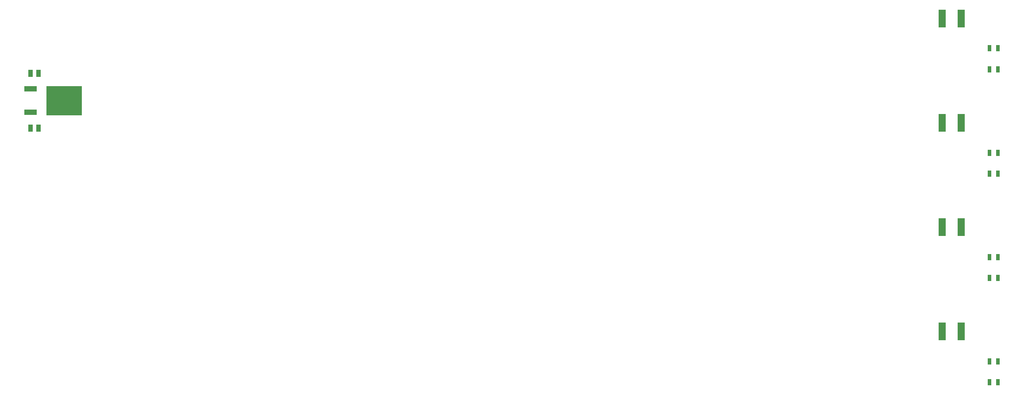
<source format=gbp>
G04*
G04 #@! TF.GenerationSoftware,Altium Limited,Altium Designer,21.3.2 (30)*
G04*
G04 Layer_Color=128*
%FSLAX25Y25*%
%MOIN*%
G70*
G04*
G04 #@! TF.SameCoordinates,467638F3-B4FA-417D-9A7E-59FD0AE83611*
G04*
G04*
G04 #@! TF.FilePolarity,Positive*
G04*
G01*
G75*
%ADD62R,0.03150X0.04921*%
%ADD63R,0.05512X0.13386*%
%ADD64R,0.03740X0.05315*%
%ADD65R,0.26772X0.21850*%
%ADD66R,0.09449X0.03937*%
D62*
X744882Y188976D02*
D03*
X751181D02*
D03*
X744882Y204724D02*
D03*
X751181D02*
D03*
X744882Y267717D02*
D03*
X751181D02*
D03*
X744882Y283465D02*
D03*
X751181D02*
D03*
X744882Y346457D02*
D03*
X751181D02*
D03*
X744882Y362205D02*
D03*
X751181D02*
D03*
X744882Y440945D02*
D03*
X751181D02*
D03*
X744882Y425197D02*
D03*
X751181D02*
D03*
D63*
X723819Y227362D02*
D03*
X709252D02*
D03*
X723819Y306102D02*
D03*
X709252D02*
D03*
X723819Y384842D02*
D03*
X709252D02*
D03*
X723819Y463583D02*
D03*
X709252D02*
D03*
D64*
X22441Y380906D02*
D03*
X28346D02*
D03*
X22441Y422244D02*
D03*
X28346D02*
D03*
D65*
X47638Y401575D02*
D03*
D66*
X22441Y410551D02*
D03*
Y392598D02*
D03*
M02*

</source>
